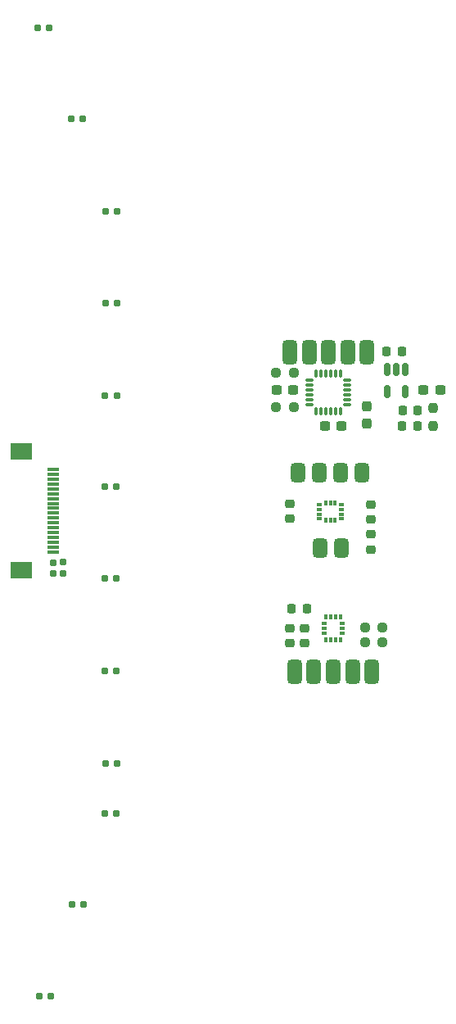
<source format=gbr>
%TF.GenerationSoftware,KiCad,Pcbnew,8.0.3*%
%TF.CreationDate,2025-05-12T21:07:43+02:00*%
%TF.ProjectId,IMU_PCBs,494d555f-5043-4427-932e-6b696361645f,rev?*%
%TF.SameCoordinates,Original*%
%TF.FileFunction,Paste,Top*%
%TF.FilePolarity,Positive*%
%FSLAX46Y46*%
G04 Gerber Fmt 4.6, Leading zero omitted, Abs format (unit mm)*
G04 Created by KiCad (PCBNEW 8.0.3) date 2025-05-12 21:07:43*
%MOMM*%
%LPD*%
G01*
G04 APERTURE LIST*
G04 Aperture macros list*
%AMRoundRect*
0 Rectangle with rounded corners*
0 $1 Rounding radius*
0 $2 $3 $4 $5 $6 $7 $8 $9 X,Y pos of 4 corners*
0 Add a 4 corners polygon primitive as box body*
4,1,4,$2,$3,$4,$5,$6,$7,$8,$9,$2,$3,0*
0 Add four circle primitives for the rounded corners*
1,1,$1+$1,$2,$3*
1,1,$1+$1,$4,$5*
1,1,$1+$1,$6,$7*
1,1,$1+$1,$8,$9*
0 Add four rect primitives between the rounded corners*
20,1,$1+$1,$2,$3,$4,$5,0*
20,1,$1+$1,$4,$5,$6,$7,0*
20,1,$1+$1,$6,$7,$8,$9,0*
20,1,$1+$1,$8,$9,$2,$3,0*%
G04 Aperture macros list end*
%ADD10RoundRect,0.155000X-0.155000X0.212500X-0.155000X-0.212500X0.155000X-0.212500X0.155000X0.212500X0*%
%ADD11RoundRect,0.160000X-0.197500X-0.160000X0.197500X-0.160000X0.197500X0.160000X-0.197500X0.160000X0*%
%ADD12R,1.300000X0.300000*%
%ADD13R,2.200000X1.800000*%
%ADD14RoundRect,0.087500X-0.207500X-0.087500X0.207500X-0.087500X0.207500X0.087500X-0.207500X0.087500X0*%
%ADD15RoundRect,0.087500X-0.087500X-0.207500X0.087500X-0.207500X0.087500X0.207500X-0.087500X0.207500X0*%
%ADD16RoundRect,0.225000X-0.225000X-0.250000X0.225000X-0.250000X0.225000X0.250000X-0.225000X0.250000X0*%
%ADD17RoundRect,0.237500X-0.250000X-0.237500X0.250000X-0.237500X0.250000X0.237500X-0.250000X0.237500X0*%
%ADD18RoundRect,0.237500X-0.300000X-0.237500X0.300000X-0.237500X0.300000X0.237500X-0.300000X0.237500X0*%
%ADD19RoundRect,0.237500X0.250000X0.237500X-0.250000X0.237500X-0.250000X-0.237500X0.250000X-0.237500X0*%
%ADD20RoundRect,0.375000X0.375000X-0.875000X0.375000X0.875000X-0.375000X0.875000X-0.375000X-0.875000X0*%
%ADD21RoundRect,0.237500X0.300000X0.237500X-0.300000X0.237500X-0.300000X-0.237500X0.300000X-0.237500X0*%
%ADD22RoundRect,0.150000X-0.150000X0.512500X-0.150000X-0.512500X0.150000X-0.512500X0.150000X0.512500X0*%
%ADD23RoundRect,0.225000X0.225000X0.250000X-0.225000X0.250000X-0.225000X-0.250000X0.225000X-0.250000X0*%
%ADD24RoundRect,0.375000X0.375000X-0.625000X0.375000X0.625000X-0.375000X0.625000X-0.375000X-0.625000X0*%
%ADD25RoundRect,0.087500X-0.087500X0.207500X-0.087500X-0.207500X0.087500X-0.207500X0.087500X0.207500X0*%
%ADD26RoundRect,0.087500X-0.207500X0.087500X-0.207500X-0.087500X0.207500X-0.087500X0.207500X0.087500X0*%
%ADD27RoundRect,0.225000X-0.250000X0.225000X-0.250000X-0.225000X0.250000X-0.225000X0.250000X0.225000X0*%
%ADD28RoundRect,0.237500X0.237500X-0.300000X0.237500X0.300000X-0.237500X0.300000X-0.237500X-0.300000X0*%
%ADD29RoundRect,0.225000X0.250000X-0.225000X0.250000X0.225000X-0.250000X0.225000X-0.250000X-0.225000X0*%
%ADD30RoundRect,0.075000X0.075000X-0.350000X0.075000X0.350000X-0.075000X0.350000X-0.075000X-0.350000X0*%
%ADD31RoundRect,0.075000X0.350000X0.075000X-0.350000X0.075000X-0.350000X-0.075000X0.350000X-0.075000X0*%
%ADD32RoundRect,0.218750X-0.218750X-0.256250X0.218750X-0.256250X0.218750X0.256250X-0.218750X0.256250X0*%
%ADD33RoundRect,0.375000X-0.375000X0.625000X-0.375000X-0.625000X0.375000X-0.625000X0.375000X0.625000X0*%
%ADD34RoundRect,0.237500X-0.237500X0.250000X-0.237500X-0.250000X0.237500X-0.250000X0.237500X0.250000X0*%
%ADD35RoundRect,0.375000X-0.375000X0.875000X-0.375000X-0.875000X0.375000X-0.875000X0.375000X0.875000X0*%
G04 APERTURE END LIST*
D10*
%TO.C,C2*%
X78590000Y-110903872D03*
X78590000Y-112038872D03*
%TD*%
D11*
%TO.C,R12*%
X82942500Y-136821372D03*
X84137500Y-136821372D03*
%TD*%
%TO.C,R3*%
X83002500Y-84121372D03*
X84197500Y-84121372D03*
%TD*%
%TO.C,R14*%
X75970000Y-55641372D03*
X77165000Y-55641372D03*
%TD*%
%TO.C,R9*%
X82935000Y-122161372D03*
X84130000Y-122161372D03*
%TD*%
%TO.C,R7*%
X82980000Y-93651372D03*
X84175000Y-93651372D03*
%TD*%
D12*
%TO.C,J1*%
X77580000Y-101321372D03*
X77580000Y-101821372D03*
X77580000Y-102321372D03*
X77580000Y-102821372D03*
X77580000Y-103321372D03*
X77580000Y-103821372D03*
X77580000Y-104321372D03*
X77580000Y-104821372D03*
X77580000Y-105321372D03*
X77580000Y-105821372D03*
X77580000Y-106321372D03*
X77580000Y-106821372D03*
X77580000Y-107321372D03*
X77580000Y-107821372D03*
X77580000Y-108321372D03*
X77580000Y-108821372D03*
X77580000Y-109321372D03*
X77580000Y-109821372D03*
D13*
X74330000Y-99421372D03*
X74330000Y-111721372D03*
%TD*%
D11*
%TO.C,R13*%
X79465000Y-65101372D03*
X80660000Y-65101372D03*
%TD*%
%TO.C,R6*%
X82942500Y-103101372D03*
X84137500Y-103101372D03*
%TD*%
%TO.C,R10*%
X82960000Y-112601372D03*
X84155000Y-112601372D03*
%TD*%
%TO.C,R4*%
X83035000Y-74641372D03*
X84230000Y-74641372D03*
%TD*%
%TO.C,R18*%
X79575000Y-146271372D03*
X80770000Y-146271372D03*
%TD*%
%TO.C,R15*%
X82995000Y-131661372D03*
X84190000Y-131661372D03*
%TD*%
D10*
%TO.C,C1*%
X77580000Y-110913872D03*
X77580000Y-112048872D03*
%TD*%
D11*
%TO.C,R17*%
X76172500Y-155781372D03*
X77367500Y-155781372D03*
%TD*%
D14*
%TO.C,U1*%
X105105000Y-104920000D03*
X105105000Y-105420000D03*
X105105000Y-105920000D03*
X105105000Y-106420000D03*
D15*
X105770000Y-106585000D03*
X106270000Y-106585000D03*
X106770000Y-106585000D03*
D14*
X107435000Y-106420000D03*
X107435000Y-105920000D03*
X107435000Y-105420000D03*
X107435000Y-104920000D03*
D15*
X106770000Y-104755000D03*
X106270000Y-104755000D03*
X105770000Y-104755000D03*
%TD*%
D16*
%TO.C,C6*%
X112095000Y-89130000D03*
X113645000Y-89130000D03*
%TD*%
D17*
%TO.C,R2*%
X100645000Y-94830000D03*
X102470000Y-94830000D03*
%TD*%
D18*
%TO.C,C4*%
X115907500Y-93130000D03*
X117632500Y-93130000D03*
%TD*%
D19*
%TO.C,R2*%
X111685000Y-119160000D03*
X109860000Y-119160000D03*
%TD*%
D20*
%TO.C,IMU_Conn1*%
X102560000Y-122210000D03*
X104560000Y-122210000D03*
X106560000Y-122210000D03*
X108560000Y-122210000D03*
X110560000Y-122210000D03*
%TD*%
D21*
%TO.C,C2*%
X102432500Y-93130000D03*
X100707500Y-93130000D03*
%TD*%
D22*
%TO.C,U2*%
X114020000Y-90992500D03*
X113070000Y-90992500D03*
X112120000Y-90992500D03*
X112120000Y-93267500D03*
X114020000Y-93267500D03*
%TD*%
D23*
%TO.C,C3*%
X103835000Y-115710000D03*
X102285000Y-115710000D03*
%TD*%
D24*
%TO.C,J2*%
X105170000Y-109470000D03*
X107370000Y-109470000D03*
%TD*%
D25*
%TO.C,U1*%
X107310000Y-116545000D03*
X106810000Y-116545000D03*
X106310000Y-116545000D03*
X105810000Y-116545000D03*
D26*
X105645000Y-117210000D03*
X105645000Y-117710000D03*
X105645000Y-118210000D03*
D25*
X105810000Y-118875000D03*
X106310000Y-118875000D03*
X106810000Y-118875000D03*
X107310000Y-118875000D03*
D26*
X107475000Y-118210000D03*
X107475000Y-117710000D03*
X107475000Y-117210000D03*
%TD*%
D27*
%TO.C,C1*%
X102070000Y-104870000D03*
X102070000Y-106420000D03*
%TD*%
%TO.C,C3*%
X110470000Y-108020000D03*
X110470000Y-109570000D03*
%TD*%
D28*
%TO.C,C1*%
X110070000Y-96542500D03*
X110070000Y-94817500D03*
%TD*%
D29*
%TO.C,C1*%
X103560000Y-119260000D03*
X103560000Y-117710000D03*
%TD*%
D23*
%TO.C,C5*%
X115270000Y-95180000D03*
X113720000Y-95180000D03*
%TD*%
D19*
%TO.C,R1*%
X111672500Y-117610000D03*
X109847500Y-117610000D03*
%TD*%
D29*
%TO.C,C2*%
X110470000Y-106470000D03*
X110470000Y-104920000D03*
%TD*%
D17*
%TO.C,R3*%
X100645000Y-91330000D03*
X102470000Y-91330000D03*
%TD*%
D29*
%TO.C,C2*%
X102060000Y-119260000D03*
X102060000Y-117710000D03*
%TD*%
D30*
%TO.C,U1*%
X104820000Y-95280000D03*
X105320000Y-95280000D03*
X105820000Y-95280000D03*
X106320000Y-95280000D03*
X106820000Y-95280000D03*
X107320000Y-95280000D03*
D31*
X108020000Y-94580000D03*
X108020000Y-94080000D03*
X108020000Y-93580000D03*
X108020000Y-93080000D03*
X108020000Y-92580000D03*
X108020000Y-92080000D03*
D30*
X107320000Y-91380000D03*
X106820000Y-91380000D03*
X106320000Y-91380000D03*
X105820000Y-91380000D03*
X105320000Y-91380000D03*
X104820000Y-91380000D03*
D31*
X104120000Y-92080000D03*
X104120000Y-92580000D03*
X104120000Y-93080000D03*
X104120000Y-93580000D03*
X104120000Y-94080000D03*
X104120000Y-94580000D03*
%TD*%
D32*
%TO.C,D1*%
X113695000Y-96780000D03*
X115270000Y-96780000D03*
%TD*%
D21*
%TO.C,C3*%
X107420000Y-96780000D03*
X105695000Y-96780000D03*
%TD*%
D33*
%TO.C,J1*%
X109520000Y-101670000D03*
X107320000Y-101670000D03*
X105120000Y-101670000D03*
X102920000Y-101670000D03*
%TD*%
D34*
%TO.C,R1*%
X116870000Y-94967500D03*
X116870000Y-96792500D03*
%TD*%
D35*
%TO.C,IMU_Conn1*%
X110070000Y-89230000D03*
X108070000Y-89230000D03*
X106070000Y-89230000D03*
X104070000Y-89230000D03*
X102070000Y-89230000D03*
%TD*%
M02*

</source>
